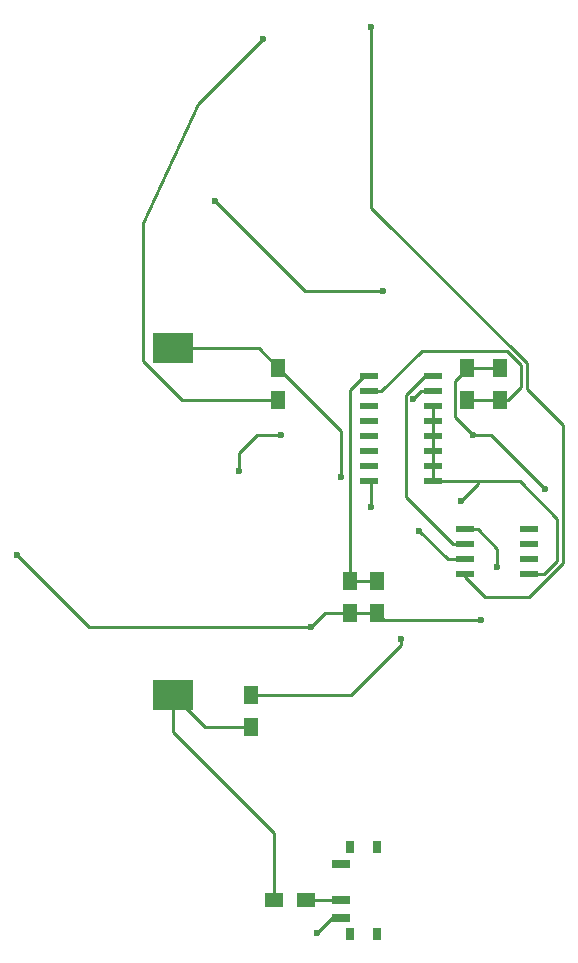
<source format=gbr>
%TF.GenerationSoftware,KiCad,Pcbnew,5.1.8-db9833491~88~ubuntu18.04.1*%
%TF.CreationDate,2020-11-25T20:35:17-08:00*%
%TF.ProjectId,xmas_ornament_2020,786d6173-5f6f-4726-9e61-6d656e745f32,rev?*%
%TF.SameCoordinates,Original*%
%TF.FileFunction,Copper,L2,Bot*%
%TF.FilePolarity,Positive*%
%FSLAX46Y46*%
G04 Gerber Fmt 4.6, Leading zero omitted, Abs format (unit mm)*
G04 Created by KiCad (PCBNEW 5.1.8-db9833491~88~ubuntu18.04.1) date 2020-11-25 20:35:17*
%MOMM*%
%LPD*%
G01*
G04 APERTURE LIST*
%TA.AperFunction,SMDPad,CuDef*%
%ADD10R,1.300000X1.500000*%
%TD*%
%TA.AperFunction,SMDPad,CuDef*%
%ADD11R,3.510000X2.540000*%
%TD*%
%TA.AperFunction,SMDPad,CuDef*%
%ADD12R,1.500000X1.300000*%
%TD*%
%TA.AperFunction,SMDPad,CuDef*%
%ADD13R,1.500000X0.700000*%
%TD*%
%TA.AperFunction,SMDPad,CuDef*%
%ADD14R,0.800000X1.000000*%
%TD*%
%TA.AperFunction,SMDPad,CuDef*%
%ADD15R,1.500000X0.600000*%
%TD*%
%TA.AperFunction,SMDPad,CuDef*%
%ADD16R,1.550000X0.600000*%
%TD*%
%TA.AperFunction,ViaPad*%
%ADD17C,0.600000*%
%TD*%
%TA.AperFunction,Conductor*%
%ADD18C,0.250000*%
%TD*%
G04 APERTURE END LIST*
D10*
%TO.P,F1,2*%
%TO.N,GND*%
X83820000Y-115998000D03*
%TO.P,F1,1*%
%TO.N,Net-(3V1-Pad1)*%
X83820000Y-118698000D03*
%TD*%
D11*
%TO.P,3V1,1*%
%TO.N,Net-(3V1-Pad1)*%
X77216000Y-116026000D03*
%TO.P,3V1,2*%
%TO.N,GND*%
X77216000Y-86666000D03*
%TD*%
D12*
%TO.P,F1,1*%
%TO.N,Net-(3V1-Pad1)*%
X85772000Y-133350000D03*
%TO.P,F1,2*%
%TO.N,Net-(F1-Pad2)*%
X88472000Y-133350000D03*
%TD*%
D10*
%TO.P,R1,1*%
%TO.N,Net-(D1-Pad1)*%
X102108000Y-88312000D03*
%TO.P,R1,2*%
%TO.N,/group1*%
X102108000Y-91012000D03*
%TD*%
%TO.P,R2,1*%
%TO.N,Net-(D1-Pad1)*%
X104902000Y-88312000D03*
%TO.P,R2,2*%
%TO.N,/group1*%
X104902000Y-91012000D03*
%TD*%
%TO.P,R3,1*%
%TO.N,Net-(D10-Pad1)*%
X94488000Y-109046000D03*
%TO.P,R3,2*%
%TO.N,/group0*%
X94488000Y-106346000D03*
%TD*%
%TO.P,R4,1*%
%TO.N,Net-(D10-Pad1)*%
X92202000Y-109046000D03*
%TO.P,R4,2*%
%TO.N,/group0*%
X92202000Y-106346000D03*
%TD*%
%TO.P,R5,1*%
%TO.N,GND*%
X86106000Y-88312000D03*
%TO.P,R5,2*%
%TO.N,Net-(D11-Pad1)*%
X86106000Y-91012000D03*
%TD*%
D13*
%TO.P,SW1,1*%
%TO.N,Net-(SW1-Pad1)*%
X91440000Y-130302000D03*
%TO.P,SW1,2*%
%TO.N,Net-(F1-Pad2)*%
X91440000Y-133350000D03*
%TO.P,SW1,3*%
%TO.N,+3V3*%
X91440000Y-134874000D03*
D14*
%TO.P,SW1,4*%
%TO.N,N/C*%
X92202000Y-128905000D03*
%TO.P,SW1,5*%
X94488000Y-128905000D03*
%TO.P,SW1,6*%
X92202000Y-136271000D03*
%TO.P,SW1,7*%
X94488000Y-136271000D03*
%TD*%
D15*
%TO.P,U1,1*%
%TO.N,Net-(U1-Pad1)*%
X99220000Y-89027000D03*
%TO.P,U1,2*%
%TO.N,Net-(U1-Pad2)*%
X99220000Y-90297000D03*
%TO.P,U1,3*%
%TO.N,GND*%
X99220000Y-91567000D03*
%TO.P,U1,4*%
X99220000Y-92837000D03*
%TO.P,U1,5*%
X99220000Y-94107000D03*
%TO.P,U1,6*%
X99220000Y-95377000D03*
%TO.P,U1,7*%
X99220000Y-96647000D03*
%TO.P,U1,8*%
X99220000Y-97917000D03*
%TO.P,U1,9*%
X93820000Y-97917000D03*
%TO.P,U1,10*%
%TO.N,Net-(U1-Pad10)*%
X93820000Y-96647000D03*
%TO.P,U1,11*%
%TO.N,Net-(U1-Pad11)*%
X93820000Y-95377000D03*
%TO.P,U1,12*%
%TO.N,Net-(U1-Pad12)*%
X93820000Y-94107000D03*
%TO.P,U1,13*%
%TO.N,Net-(U1-Pad13)*%
X93820000Y-92837000D03*
%TO.P,U1,14*%
%TO.N,Net-(U1-Pad14)*%
X93820000Y-91567000D03*
%TO.P,U1,15*%
%TO.N,/group1*%
X93820000Y-90297000D03*
%TO.P,U1,16*%
%TO.N,/group0*%
X93820000Y-89027000D03*
%TD*%
D16*
%TO.P,U2,1*%
%TO.N,Net-(U2-Pad1)*%
X107348000Y-101981000D03*
%TO.P,U2,2*%
%TO.N,Net-(U2-Pad2)*%
X107348000Y-103251000D03*
%TO.P,U2,3*%
%TO.N,Net-(U2-Pad3)*%
X107348000Y-104521000D03*
%TO.P,U2,4*%
%TO.N,GND*%
X107348000Y-105791000D03*
%TO.P,U2,5*%
%TO.N,Net-(D11-Pad2)*%
X101948000Y-105791000D03*
%TO.P,U2,6*%
%TO.N,Net-(U1-Pad2)*%
X101948000Y-104521000D03*
%TO.P,U2,7*%
%TO.N,Net-(U1-Pad1)*%
X101948000Y-103251000D03*
%TO.P,U2,8*%
%TO.N,+3V3*%
X101948000Y-101981000D03*
%TD*%
D17*
%TO.N,GND*%
X101600000Y-99568000D03*
X93980000Y-100076000D03*
X91440000Y-97536000D03*
X96520000Y-111252000D03*
%TO.N,Net-(D1-Pad1)*%
X102616000Y-93980000D03*
X108712000Y-98552000D03*
X86360000Y-93980000D03*
X82804000Y-97028000D03*
%TO.N,+3V3*%
X89408000Y-136144000D03*
X104648000Y-105156000D03*
%TO.N,Net-(D10-Pad1)*%
X103241001Y-109671001D03*
X88900000Y-110236000D03*
X64008000Y-104140000D03*
X94996000Y-81788000D03*
X80772000Y-74168000D03*
%TO.N,Net-(D11-Pad1)*%
X84836000Y-60452000D03*
%TO.N,Net-(D11-Pad2)*%
X93980000Y-59436000D03*
%TO.N,Net-(U1-Pad2)*%
X98044000Y-102108000D03*
X97536000Y-90932000D03*
%TD*%
D18*
%TO.N,Net-(3V1-Pad1)*%
X77216000Y-116026000D02*
X77216000Y-119126000D01*
X85772000Y-127682000D02*
X85772000Y-133350000D01*
X77216000Y-119126000D02*
X85772000Y-127682000D01*
X79888000Y-118698000D02*
X77216000Y-116026000D01*
X83820000Y-118698000D02*
X79888000Y-118698000D01*
%TO.N,GND*%
X108585000Y-105791000D02*
X107348000Y-105791000D01*
X109728000Y-104648000D02*
X108585000Y-105791000D01*
X109728000Y-101092000D02*
X109728000Y-104648000D01*
X106553000Y-97917000D02*
X109728000Y-101092000D01*
X99220000Y-91567000D02*
X99220000Y-92837000D01*
X99220000Y-92837000D02*
X99220000Y-94107000D01*
X99220000Y-94107000D02*
X99220000Y-95377000D01*
X99220000Y-95377000D02*
X99220000Y-96647000D01*
X99220000Y-96647000D02*
X99220000Y-97917000D01*
X77216000Y-86666000D02*
X84460000Y-86666000D01*
X84460000Y-86666000D02*
X86106000Y-88312000D01*
X102997000Y-97917000D02*
X102997000Y-98171000D01*
X102997000Y-97917000D02*
X106553000Y-97917000D01*
X99220000Y-97917000D02*
X102997000Y-97917000D01*
X102997000Y-98171000D02*
X101600000Y-99568000D01*
X101600000Y-99568000D02*
X101600000Y-99568000D01*
X93980000Y-98077000D02*
X93820000Y-97917000D01*
X93980000Y-100076000D02*
X93980000Y-98077000D01*
X91440000Y-93646000D02*
X86106000Y-88312000D01*
X91440000Y-97536000D02*
X91440000Y-93646000D01*
X83820000Y-115998000D02*
X92282000Y-115998000D01*
X92282000Y-115998000D02*
X96520000Y-111760000D01*
X96520000Y-111760000D02*
X96520000Y-111252000D01*
X96520000Y-111252000D02*
X96520000Y-111252000D01*
%TO.N,Net-(D1-Pad1)*%
X102108000Y-88312000D02*
X102108000Y-88392000D01*
X102108000Y-88392000D02*
X101092000Y-89408000D01*
X101092000Y-92456000D02*
X102616000Y-93980000D01*
X101092000Y-89408000D02*
X101092000Y-92456000D01*
X104902000Y-88312000D02*
X102108000Y-88312000D01*
X102616000Y-93980000D02*
X102616000Y-93980000D01*
X102616000Y-93980000D02*
X104140000Y-93980000D01*
X104140000Y-93980000D02*
X108712000Y-98552000D01*
X108712000Y-98552000D02*
X108712000Y-98552000D01*
X86360000Y-93980000D02*
X84328000Y-93980000D01*
X84328000Y-93980000D02*
X82804000Y-95504000D01*
X82804000Y-95504000D02*
X82804000Y-97028000D01*
X82804000Y-97028000D02*
X82804000Y-97028000D01*
%TO.N,+3V3*%
X91440000Y-134874000D02*
X90678000Y-134874000D01*
X90678000Y-134874000D02*
X89408000Y-136144000D01*
X89408000Y-136144000D02*
X89408000Y-136144000D01*
X104648000Y-103656000D02*
X104648000Y-105156000D01*
X102973000Y-101981000D02*
X104648000Y-103656000D01*
X101948000Y-101981000D02*
X102973000Y-101981000D01*
%TO.N,Net-(D10-Pad1)*%
X92202000Y-109046000D02*
X94488000Y-109046000D01*
X95113001Y-109671001D02*
X94488000Y-109046000D01*
X103241001Y-109671001D02*
X95113001Y-109671001D01*
X92202000Y-109046000D02*
X90090000Y-109046000D01*
X90090000Y-109046000D02*
X88900000Y-110236000D01*
X88900000Y-110236000D02*
X88900000Y-110236000D01*
X88900000Y-110236000D02*
X70104000Y-110236000D01*
X70104000Y-110236000D02*
X64008000Y-104140000D01*
X64008000Y-104140000D02*
X64008000Y-104140000D01*
X94996000Y-81788000D02*
X88392000Y-81788000D01*
X88392000Y-81788000D02*
X80772000Y-74168000D01*
X80772000Y-74168000D02*
X80772000Y-74168000D01*
%TO.N,Net-(D11-Pad1)*%
X77951998Y-91012000D02*
X74676000Y-87736002D01*
X86106000Y-91012000D02*
X77951998Y-91012000D01*
X74676000Y-76082246D02*
X79340812Y-65947188D01*
X74676000Y-87736002D02*
X74676000Y-76082246D01*
X79340812Y-65947188D02*
X84836000Y-60452000D01*
X84836000Y-60452000D02*
X84836000Y-60452000D01*
%TO.N,Net-(D11-Pad2)*%
X103632000Y-107696000D02*
X101948000Y-106012000D01*
X107316410Y-107696000D02*
X103632000Y-107696000D01*
X93980000Y-74768588D02*
X107130010Y-87918598D01*
X107130010Y-87918598D02*
X107130009Y-90102401D01*
X93980000Y-59436000D02*
X93980000Y-74768588D01*
X110178009Y-104834401D02*
X107316410Y-107696000D01*
X107130009Y-90102401D02*
X110178009Y-93150401D01*
X101948000Y-106012000D02*
X101948000Y-105791000D01*
X110178009Y-93150401D02*
X110178009Y-104834401D01*
%TO.N,Net-(F1-Pad2)*%
X91440000Y-133350000D02*
X88472000Y-133350000D01*
%TO.N,/group1*%
X102108000Y-91012000D02*
X104902000Y-91012000D01*
X104902000Y-91012000D02*
X105584000Y-91012000D01*
X105584000Y-91012000D02*
X106680000Y-89916000D01*
X106680000Y-88104998D02*
X105443002Y-86868000D01*
X106680000Y-89916000D02*
X106680000Y-88104998D01*
X94820000Y-90297000D02*
X93820000Y-90297000D01*
X98249000Y-86868000D02*
X94820000Y-90297000D01*
X105443002Y-86868000D02*
X98249000Y-86868000D01*
%TO.N,/group0*%
X93820000Y-89027000D02*
X93345000Y-89027000D01*
X93345000Y-89027000D02*
X92202000Y-90170000D01*
X92202000Y-90170000D02*
X92202000Y-106346000D01*
X92202000Y-106346000D02*
X94488000Y-106346000D01*
%TO.N,Net-(U1-Pad1)*%
X96910999Y-90631999D02*
X98515998Y-89027000D01*
X96910999Y-99238999D02*
X96910999Y-90631999D01*
X100923000Y-103251000D02*
X96910999Y-99238999D01*
X98515998Y-89027000D02*
X99220000Y-89027000D01*
X101948000Y-103251000D02*
X100923000Y-103251000D01*
%TO.N,Net-(U1-Pad2)*%
X101948000Y-104521000D02*
X100457000Y-104521000D01*
X100457000Y-104521000D02*
X98044000Y-102108000D01*
X98044000Y-102108000D02*
X98044000Y-102108000D01*
X98171000Y-90297000D02*
X99220000Y-90297000D01*
X97536000Y-90932000D02*
X98171000Y-90297000D01*
%TD*%
M02*

</source>
